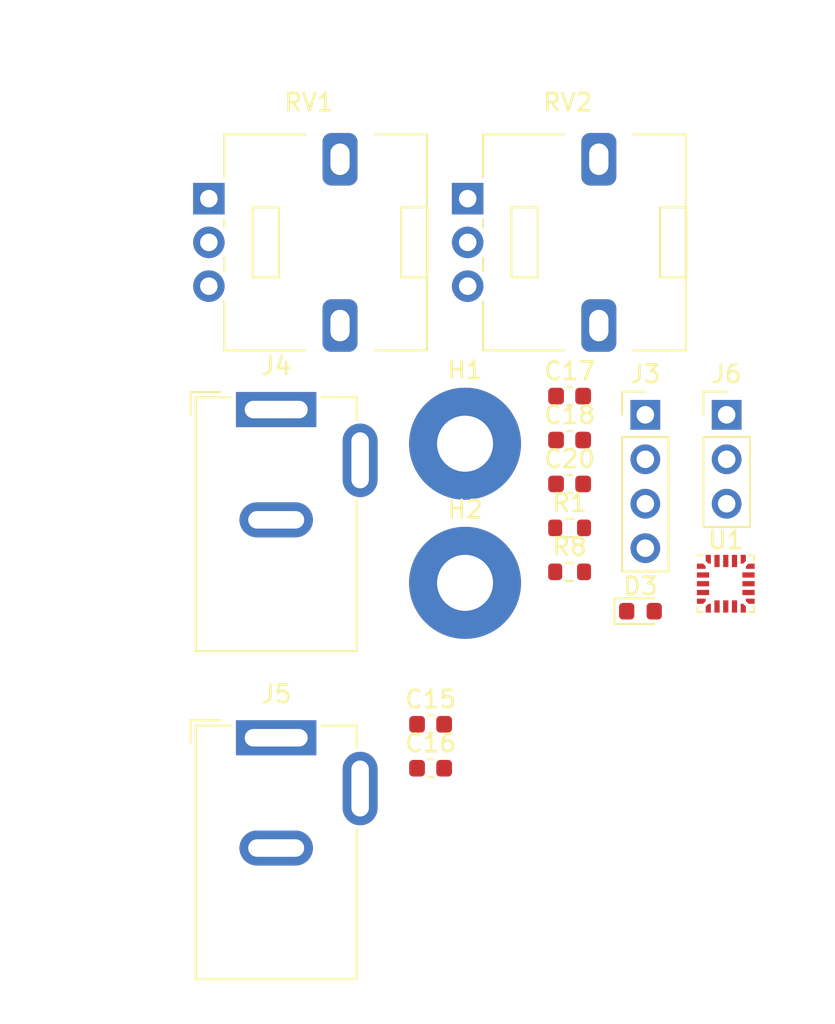
<source format=kicad_pcb>
(kicad_pcb (version 20221018) (generator pcbnew)
  (layers (0 "F.Cu" signal) (31 "B.Cu" signal) (34 "B.Paste" user) (35 "F.Paste" user) (36 "B.SilkS" user "B.Silkscreen") (37 "F.SilkS" user "F.Silkscreen") (38 "B.Mask" user) (39 "F.Mask" user) (44 "Edge.Cuts" user))
  (net 0 "")
  (net 1 "Net-(D3-A)")
  (net 2 "+3.3V")
  (net 3 "/mcu/NRST")
  (net 4 "GND")
  (net 5 "+3V3")
  (net 6 "+12V")
  (net 7 "/mcu/PA13{slash}SWDIO")
  (net 8 "/mcu/PA14{slash}SWDCLK")
  (net 9 "mosfet_gate")
  (net 11 "Net-(U1-PB7)")
  (net 12 "Net-(Q1-D)")
  (net 13 "TTL_RX_ISO")
  (net 14 "TTL_TX_ISO")
  (net 15 "TX")
  (net 16 "RX")
  (net 17 "/mcu/BOOT0")
  (footprint "Connector_BarrelJack:BarrelJack_GCT_DCJ200-10-A_Horizontal" (layer "F.Cu") (at 178.445 73.71)
    (fp_text reference "J4" (at 0 -2.5) (layer "F.SilkS"))
    (fp_text value "Barrel_Jack_MountingPin")
    (fp_line (start -4.9 -1) (end -4.9 0.3) (stroke (width 0.12)) (layer "F.SilkS"))
    (fp_line (start -4.6 -0.7) (end -2.6 -0.7) (stroke (width 0.12)) (layer "F.SilkS"))
    (fp_line (start -4.6 13.8) (end -4.6 -0.7) (stroke (width 0.12)) (layer "F.SilkS"))
    (fp_line (start -3.2 -1) (end -4.9 -1) (stroke (width 0.12)) (layer "F.SilkS"))
    (fp_line (start 2.6 -0.7) (end 4.6 -0.7) (stroke (width 0.12)) (layer "F.SilkS"))
    (fp_line (start 4.6 -0.7) (end 4.6 0.6) (stroke (width 0.12)) (layer "F.SilkS"))
    (fp_line (start 4.6 5.2) (end 4.6 13.8) (stroke (width 0.12)) (layer "F.SilkS"))
    (fp_line (start 4.6 13.8) (end -4.6 13.8) (stroke (width 0.12)) (layer "F.SilkS"))
    (pad "1" thru_hole rect (at 0 0) (size 4.6 2) (drill oval 3.6 1) (layers "*.Cu" "*.Mask") (net 6 "+12V"))
    (pad "2" thru_hole oval (at 0 6.3) (size 4.2 2) (drill oval 3.2 1) (layers "*.Cu" "*.Mask") (net 12 "Net-(Q1-D)"))
    (pad "3" thru_hole oval (at 4.8 2.9) (size 2 4.2) (drill oval 1 3.2) (layers "*.Cu" "*.Mask"))
  )
  (footprint "Package_DFN_QFN:ST_UFQFPN-20_3x3mm_P0.5mm" (layer "F.Cu") (at 204.155 83.66)
    (fp_text reference "U1" (at 0 -2.5) (layer "F.SilkS"))
    (fp_text value "STM32C011F4Ux")
    (fp_line (start -1.62 -1.62) (end -1.32 -1.62) (stroke (width 0.12)) (layer "F.SilkS"))
    (fp_line (start -1.62 1.62) (end -1.62 1.32) (stroke (width 0.12)) (layer "F.SilkS"))
    (fp_line (start -1.62 1.62) (end -1.32 1.62) (stroke (width 0.12)) (layer "F.SilkS"))
    (fp_line (start 1.62 -1.62) (end 1.32 -1.62) (stroke (width 0.12)) (layer "F.SilkS"))
    (fp_line (start 1.62 -1.62) (end 1.62 -1.32) (stroke (width 0.12)) (layer "F.SilkS"))
    (fp_line (start 1.62 1.62) (end 1.32 1.62) (stroke (width 0.12)) (layer "F.SilkS"))
    (fp_line (start 1.62 1.62) (end 1.62 1.32) (stroke (width 0.12)) (layer "F.SilkS"))
    (pad "1" smd custom (at -1.475 -1) (size 0.35 0.3) (layers "F.Cu" "F.Paste" "F.Mask") (options (clearance outline) (anchor rect)) (primitives (gr_poly (pts (xy 0.325 0) (xy 0.325 0.15) (xy 0.175 0.15) (xy 0.175 -0.15)) (width 0) (fill yes))))
    (pad "2" smd rect (at -1.3 -0.5) (size 0.7 0.3) (layers "F.Cu" "F.Paste" "F.Mask") (net 5 "+3V3"))
    (pad "3" smd rect (at -1.3 0) (size 0.7 0.3) (layers "F.Cu" "F.Paste" "F.Mask") (net 4 "GND"))
    (pad "4" smd rect (at -1.3 0.5) (size 0.7 0.3) (layers "F.Cu" "F.Paste" "F.Mask") (net 3 "/mcu/NRST"))
    (pad "5" smd custom (at -1.475 1) (size 0.35 0.3) (layers "F.Cu" "F.Paste" "F.Mask") (net 15 "TX") (options (clearance outline) (anchor rect)) (primitives (gr_poly (pts (xy 0.325 0) (xy 0.175 0.15) (xy 0.175 -0.15) (xy 0.325 -0.15)) (width 0) (fill yes))))
    (pad "6" smd custom (at -1 1.475) (size 0.3 0.35) (layers "F.Cu" "F.Paste" "F.Mask") (net 16 "RX") (options (clearance outline) (anchor rect)) (primitives (gr_poly (pts (xy 0.15 -0.175) (xy -0.15 -0.175) (xy 0 -0.325) (xy 0.15 -0.325)) (width 0) (fill yes))))
    (pad "7" smd rect (at -0.5 1.3) (size 0.3 0.7) (layers "F.Cu" "F.Paste" "F.Mask"))
    (pad "8" smd rect (at 0 1.3) (size 0.3 0.7) (layers "F.Cu" "F.Paste" "F.Mask"))
    (pad "9" smd rect (at 0.5 1.3) (size 0.3 0.7) (layers "F.Cu" "F.Paste" "F.Mask"))
    (pad "10" smd custom (at 1 1.475) (size 0.3 0.35) (layers "F.Cu" "F.Paste" "F.Mask") (options (clearance outline) (anchor rect)) (primitives (gr_poly (pts (xy 0.15 -0.175) (xy -0.15 -0.175) (xy -0.15 -0.325) (xy 0 -0.325)) (width 0) (fill yes))))
    (pad "11" smd custom (at 1.475 1) (size 0.35 0.3) (layers "F.Cu" "F.Paste" "F.Mask") (options (clearance outline) (anchor rect)) (primitives (gr_poly (pts (xy -0.175 0.15) (xy -0.325 0) (xy -0.325 -0.15) (xy -0.175 -0.15)) (width 0) (fill yes))))
    (pad "12" smd rect (at 1.3 0.5) (size 0.7 0.3) (layers "F.Cu" "F.Paste" "F.Mask"))
    (pad "13" smd rect (at 1.3 0) (size 0.7 0.3) (layers "F.Cu" "F.Paste" "F.Mask"))
    (pad "14" smd rect (at 1.3 -0.5) (size 0.7 0.3) (layers "F.Cu" "F.Paste" "F.Mask") (net 14 "TTL_TX_ISO"))
    (pad "15" smd custom (at 1.475 -1) (size 0.35 0.3) (layers "F.Cu" "F.Paste" "F.Mask") (net 13 "TTL_RX_ISO") (options (clearance outline) (anchor rect)) (primitives (gr_poly (pts (xy -0.175 0.15) (xy -0.325 0.15) (xy -0.325 0) (xy -0.175 -0.15)) (width 0) (fill yes))))
    (pad "16" smd custom (at 1 -1.475) (size 0.3 0.35) (layers "F.Cu" "F.Paste" "F.Mask") (options (clearance outline) (anchor rect)) (primitives (gr_poly (pts (xy 0 0.325) (xy -0.15 0.325) (xy -0.15 0.175) (xy 0.15 0.175)) (width 0) (fill yes))))
    (pad "17" smd rect (at 0.5 -1.3) (size 0.3 0.7) (layers "F.Cu" "F.Paste" "F.Mask") (net 17 "/mcu/BOOT0"))
    (pad "18" smd rect (at 0 -1.3) (size 0.3 0.7) (layers "F.Cu" "F.Paste" "F.Mask"))
    (pad "19" smd rect (at -0.5 -1.3) (size 0.3 0.7) (layers "F.Cu" "F.Paste" "F.Mask") (net 11 "Net-(U1-PB7)"))
    (pad "20" smd custom (at -1 -1.475) (size 0.3 0.35) (layers "F.Cu" "F.Paste" "F.Mask") (options (clearance outline) (anchor rect)) (primitives (gr_poly (pts (xy 0.15 0.325) (xy 0 0.325) (xy -0.15 0.175) (xy 0.15 0.175)) (width 0) (fill yes))))
  )
  (footprint "Resistor_SMD:R_0603_1608Metric" (layer "F.Cu") (at 195.225 82.98)
    (fp_text reference "R8" (at 0 -1.43) (layer "F.SilkS"))
    (fp_text value "10k")
    (fp_line (start -0.237258 -0.5225) (end 0.237258 -0.5225) (stroke (width 0.12)) (layer "F.SilkS"))
    (fp_line (start -0.237258 0.5225) (end 0.237258 0.5225) (stroke (width 0.12)) (layer "F.SilkS"))
    (pad "1" smd roundrect (at -0.825 0) (size 0.8 0.95) (layers "F.Cu" "F.Paste" "F.Mask") (net 9 "mosfet_gate"))
    (pad "2" smd roundrect (at 0.825 0) (size 0.8 0.95) (layers "F.Cu" "F.Paste" "F.Mask") (net 4 "GND"))
  )
  (footprint "Capacitor_SMD:C_0603_1608Metric" (layer "F.Cu") (at 195.225 72.94)
    (fp_text reference "C17" (at 0 -1.43) (layer "F.SilkS"))
    (fp_text value "100n")
    (fp_line (start -0.14058 -0.51) (end 0.14058 -0.51) (stroke (width 0.12)) (layer "F.SilkS"))
    (fp_line (start -0.14058 0.51) (end 0.14058 0.51) (stroke (width 0.12)) (layer "F.SilkS"))
    (pad "1" smd roundrect (at -0.775 0) (size 0.9 0.95) (layers "F.Cu" "F.Paste" "F.Mask") (net 5 "+3V3"))
    (pad "2" smd roundrect (at 0.775 0) (size 0.9 0.95) (layers "F.Cu" "F.Paste" "F.Mask") (net 4 "GND"))
  )
  (footprint "Resistor_SMD:R_0603_1608Metric" (layer "F.Cu") (at 195.225 80.47)
    (fp_text reference "R1" (at 0 -1.43) (layer "F.SilkS"))
    (fp_text value "3k3")
    (fp_line (start -0.237258 -0.5225) (end 0.237258 -0.5225) (stroke (width 0.12)) (layer "F.SilkS"))
    (fp_line (start -0.237258 0.5225) (end 0.237258 0.5225) (stroke (width 0.12)) (layer "F.SilkS"))
    (pad "1" smd roundrect (at -0.825 0) (size 0.8 0.95) (layers "F.Cu" "F.Paste" "F.Mask") (net 11 "Net-(U1-PB7)"))
    (pad "2" smd roundrect (at 0.825 0) (size 0.8 0.95) (layers "F.Cu" "F.Paste" "F.Mask") (net 1 "Net-(D3-A)"))
  )
  (footprint "Potentiometer_THT:Potentiometer_Alps_RK09L_Single_Vertical" (layer "F.Cu") (at 174.595 61.66)
    (fp_text reference "RV1" (at 5.725 -5.5) (layer "F.SilkS"))
    (fp_text value "R_Potentiometer")
    (fp_line (start 0.88 -3.67) (end 0.88 -1.2) (stroke (width 0.12)) (layer "F.SilkS"))
    (fp_line (start 0.88 -3.67) (end 5.546 -3.67) (stroke (width 0.12)) (layer "F.SilkS"))
    (fp_line (start 0.88 1.2) (end 0.88 1.63) (stroke (width 0.12)) (layer "F.SilkS"))
    (fp_line (start 0.88 3.371) (end 0.88 4.13) (stroke (width 0.12)) (layer "F.SilkS"))
    (fp_line (start 0.88 5.87) (end 0.88 8.67) (stroke (width 0.12)) (layer "F.SilkS"))
    (fp_line (start 0.88 8.67) (end 5.546 8.67) (stroke (width 0.12)) (layer "F.SilkS"))
    (fp_line (start 9.455 -3.67) (end 12.47 -3.67) (stroke (width 0.12)) (layer "F.SilkS"))
    (fp_line (start 9.455 8.67) (end 12.47 8.67) (stroke (width 0.12)) (layer "F.SilkS"))
    (fp_line (start 12.47 -3.67) (end 12.47 8.67) (stroke (width 0.12)) (layer "F.SilkS"))
    (fp_rect (start 2.5 0.5) (end 4 4.5) (stroke (width 0.12)) (fill none) (layer "F.SilkS"))
    (fp_rect (start 11 0.5) (end 12.5 4.5) (stroke (width 0.12)) (fill none) (layer "F.SilkS"))
    (pad "1" thru_hole rect (at 0 0) (size 1.8 1.8) (drill 1) (layers "*.Cu" "*.Mask"))
    (pad "2" thru_hole circle (at 0 2.5) (size 1.8 1.8) (drill 1) (layers "*.Cu" "*.Mask"))
    (pad "3" thru_hole circle (at 0 5) (size 1.8 1.8) (drill 1) (layers "*.Cu" "*.Mask"))
    (pad "MP" thru_hole roundrect (at 7.5 -2.25) (size 2 3) (drill oval 1.1 1.8) (layers "*.Cu" "*.Mask"))
    (pad "MP" thru_hole roundrect (at 7.5 7.25) (size 2 3) (drill oval 1.1 1.8) (layers "*.Cu" "*.Mask"))
  )
  (footprint "MountingHole:MountingHole_3.2mm_M3_Pad_TopBottom" (layer "F.Cu") (at 189.245 83.61)
    (fp_text reference "H2" (at 0 -4.2) (layer "F.SilkS"))
    (fp_text value "MountingHole")
    (pad "1" thru_hole circle (at 0 0) (size 3.6 3.6) (drill 3.2) (layers "*.Cu" "*.Mask"))
    (pad "1" connect circle (at 0 0) (size 6.4 6.4) (layers "F.Cu" "F.Mask"))
    (pad "1" connect circle (at 0 0) (size 6.4 6.4) (layers "B.Cu" "B.Mask"))
  )
  (footprint "Capacitor_SMD:C_0603_1608Metric" (layer "F.Cu") (at 187.275 94.2)
    (fp_text reference "C16" (at 0 -1.43) (layer "F.SilkS"))
    (fp_text value "330n")
    (fp_line (start -0.14058 -0.51) (end 0.14058 -0.51) (stroke (width 0.12)) (layer "F.SilkS"))
    (fp_line (start -0.14058 0.51) (end 0.14058 0.51) (stroke (width 0.12)) (layer "F.SilkS"))
    (pad "1" smd roundrect (at -0.775 0) (size 0.9 0.95) (layers "F.Cu" "F.Paste" "F.Mask") (net 6 "+12V"))
    (pad "2" smd roundrect (at 0.775 0) (size 0.9 0.95) (layers "F.Cu" "F.Paste" "F.Mask") (net 4 "GND"))
  )
  (footprint "MountingHole:MountingHole_3.2mm_M3_Pad_TopBottom" (layer "F.Cu") (at 189.245 75.66)
    (fp_text reference "H1" (at 0 -4.2) (layer "F.SilkS"))
    (fp_text value "MountingHole")
    (pad "1" thru_hole circle (at 0 0) (size 3.6 3.6) (drill 3.2) (layers "*.Cu" "*.Mask"))
    (pad "1" connect circle (at 0 0) (size 6.4 6.4) (layers "F.Cu" "F.Mask"))
    (pad "1" connect circle (at 0 0) (size 6.4 6.4) (layers "B.Cu" "B.Mask"))
  )
  (footprint "Connector_BarrelJack:BarrelJack_GCT_DCJ200-10-A_Horizontal" (layer "F.Cu") (at 178.445 92.46)
    (fp_text reference "J5" (at 0 -2.5) (layer "F.SilkS"))
    (fp_text value "Barrel_Jack_MountingPin")
    (fp_line (start -4.9 -1) (end -4.9 0.3) (stroke (width 0.12)) (layer "F.SilkS"))
    (fp_line (start -4.6 -0.7) (end -2.6 -0.7) (stroke (width 0.12)) (layer "F.SilkS"))
    (fp_line (start -4.6 13.8) (end -4.6 -0.7) (stroke (width 0.12)) (layer "F.SilkS"))
    (fp_line (start -3.2 -1) (end -4.9 -1) (stroke (width 0.12)) (layer "F.SilkS"))
    (fp_line (start 2.6 -0.7) (end 4.6 -0.7) (stroke (width 0.12)) (layer "F.SilkS"))
    (fp_line (start 4.6 -0.7) (end 4.6 0.6) (stroke (width 0.12)) (layer "F.SilkS"))
    (fp_line (start 4.6 5.2) (end 4.6 13.8) (stroke (width 0.12)) (layer "F.SilkS"))
    (fp_line (start 4.6 13.8) (end -4.6 13.8) (stroke (width 0.12)) (layer "F.SilkS"))
    (pad "1" thru_hole rect (at 0 0) (size 4.6 2) (drill oval 3.6 1) (layers "*.Cu" "*.Mask") (net 6 "+12V"))
    (pad "2" thru_hole oval (at 0 6.3) (size 4.2 2) (drill oval 3.2 1) (layers "*.Cu" "*.Mask") (net 4 "GND"))
    (pad "3" thru_hole oval (at 4.8 2.9) (size 2 4.2) (drill oval 1 3.2) (layers "*.Cu" "*.Mask"))
  )
  (footprint "Capacitor_SMD:C_0603_1608Metric" (layer "F.Cu") (at 195.225 77.96)
    (fp_text reference "C20" (at 0 -1.43) (layer "F.SilkS"))
    (fp_text value "4u7")
    (fp_line (start -0.14058 -0.51) (end 0.14058 -0.51) (stroke (width 0.12)) (layer "F.SilkS"))
    (fp_line (start -0.14058 0.51) (end 0.14058 0.51) (stroke (width 0.12)) (layer "F.SilkS"))
    (pad "1" smd roundrect (at -0.775 0) (size 0.9 0.95) (layers "F.Cu" "F.Paste" "F.Mask") (net 5 "+3V3"))
    (pad "2" smd roundrect (at 0.775 0) (size 0.9 0.95) (layers "F.Cu" "F.Paste" "F.Mask") (net 4 "GND"))
  )
  (footprint "Potentiometer_THT:Potentiometer_Alps_RK09L_Single_Vertical" (layer "F.Cu") (at 189.395 61.66)
    (fp_text reference "RV2" (at 5.725 -5.5) (layer "F.SilkS"))
    (fp_text value "R_Potentiometer")
    (fp_line (start 0.88 -3.67) (end 0.88 -1.2) (stroke (width 0.12)) (layer "F.SilkS"))
    (fp_line (start 0.88 -3.67) (end 5.546 -3.67) (stroke (width 0.12)) (layer "F.SilkS"))
    (fp_line (start 0.88 1.2) (end 0.88 1.63) (stroke (width 0.12)) (layer "F.SilkS"))
    (fp_line (start 0.88 3.371) (end 0.88 4.13) (stroke (width 0.12)) (layer "F.SilkS"))
    (fp_line (start 0.88 5.87) (end 0.88 8.67) (stroke (width 0.12)) (layer "F.SilkS"))
    (fp_line (start 0.88 8.67) (end 5.546 8.67) (stroke (width 0.12)) (layer "F.SilkS"))
    (fp_line (start 9.455 -3.67) (end 12.47 -3.67) (stroke (width 0.12)) (layer "F.SilkS"))
    (fp_line (start 9.455 8.67) (end 12.47 8.67) (stroke (width 0.12)) (layer "F.SilkS"))
    (fp_line (start 12.47 -3.67) (end 12.47 8.67) (stroke (width 0.12)) (layer "F.SilkS"))
    (fp_rect (start 2.5 0.5) (end 4 4.5) (stroke (width 0.12)) (fill none) (layer "F.SilkS"))
    (fp_rect (start 11 0.5) (end 12.5 4.5) (stroke (width 0.12)) (fill none) (layer "F.SilkS"))
    (pad "1" thru_hole rect (at 0 0) (size 1.8 1.8) (drill 1) (layers "*.Cu" "*.Mask"))
    (pad "2" thru_hole circle (at 0 2.5) (size 1.8 1.8) (drill 1) (layers "*.Cu" "*.Mask"))
    (pad "3" thru_hole circle (at 0 5) (size 1.8 1.8) (drill 1) (layers "*.Cu" "*.Mask"))
    (pad "MP" thru_hole roundrect (at 7.5 -2.25) (size 2 3) (drill oval 1.1 1.8) (layers "*.Cu" "*.Mask"))
    (pad "MP" thru_hole roundrect (at 7.5 7.25) (size 2 3) (drill oval 1.1 1.8) (layers "*.Cu" "*.Mask"))
  )
  (footprint "Capacitor_SMD:C_0603_1608Metric" (layer "F.Cu") (at 195.225 75.45)
    (fp_text reference "C18" (at 0 -1.43) (layer "F.SilkS"))
    (fp_text value "100n")
    (fp_line (start -0.14058 -0.51) (end 0.14058 -0.51) (stroke (width 0.12)) (layer "F.SilkS"))
    (fp_line (start -0.14058 0.51) (end 0.14058 0.51) (stroke (width 0.12)) (layer "F.SilkS"))
    (pad "1" smd roundrect (at -0.775 0) (size 0.9 0.95) (layers "F.Cu" "F.Paste" "F.Mask") (net 3 "/mcu/NRST"))
    (pad "2" smd roundrect (at 0.775 0) (size 0.9 0.95) (layers "F.Cu" "F.Paste" "F.Mask") (net 4 "GND"))
  )
  (footprint "LED_SMD:LED_0603_1608Metric" (layer "F.Cu") (at 199.275 85.23)
    (fp_text reference "D3" (at 0 -1.43) (layer "F.SilkS"))
    (fp_text value "RED")
    (fp_line (start -1.485 -0.735) (end -1.485 0.735) (stroke (width 0.12)) (layer "F.SilkS"))
    (fp_line (start -1.485 0.735) (end 0.8 0.735) (stroke (width 0.12)) (layer "F.SilkS"))
    (fp_line (start 0.8 -0.735) (end -1.485 -0.735) (stroke (width 0.12)) (layer "F.SilkS"))
    (pad "1" smd roundrect (at -0.7875 0) (size 0.875 0.95) (layers "F.Cu" "F.Paste" "F.Mask") (net 4 "GND"))
    (pad "2" smd roundrect (at 0.7875 0) (size 0.875 0.95) (layers "F.Cu" "F.Paste" "F.Mask") (net 1 "Net-(D3-A)"))
  )
  (footprint "Capacitor_SMD:C_0603_1608Metric" (layer "F.Cu") (at 187.275 91.69)
    (fp_text reference "C15" (at 0 -1.43) (layer "F.SilkS"))
    (fp_text value "100n")
    (fp_line (start -0.14058 -0.51) (end 0.14058 -0.51) (stroke (width 0.12)) (layer "F.SilkS"))
    (fp_line (start -0.14058 0.51) (end 0.14058 0.51) (stroke (width 0.12)) (layer "F.SilkS"))
    (pad "1" smd roundrect (at -0.775 0) (size 0.9 0.95) (layers "F.Cu" "F.Paste" "F.Mask") (net 2 "+3.3V"))
    (pad "2" smd roundrect (at 0.775 0) (size 0.9 0.95) (layers "F.Cu" "F.Paste" "F.Mask") (net 4 "GND"))
  )
  (footprint "Connector_PinHeader_2.54mm:PinHeader_1x04_P2.54mm_Vertical" (layer "F.Cu") (at 199.555 74.01)
    (fp_text reference "J3" (at 0 -2.33) (layer "F.SilkS"))
    (fp_text value "SWD_header")
    (fp_line (start -1.33 -1.33) (end 0 -1.33) (stroke (width 0.12)) (layer "F.SilkS"))
    (fp_line (start -1.33 0) (end -1.33 -1.33) (stroke (width 0.12)) (layer "F.SilkS"))
    (fp_line (start -1.33 1.27) (end -1.33 8.95) (stroke (width 0.12)) (layer "F.SilkS"))
    (fp_line (start -1.33 1.27) (end 1.33 1.27) (stroke (width 0.12)) (layer "F.SilkS"))
    (fp_line (start -1.33 8.95) (end 1.33 8.95) (stroke (width 0.12)) (layer "F.SilkS"))
    (fp_line (start 1.33 1.27) (end 1.33 8.95) (stroke (width 0.12)) (layer "F.SilkS"))
    (pad "1" thru_hole rect (at 0 0) (size 1.7 1.7) (drill 1) (layers "*.Cu" "*.Mask") (net 5 "+3V3"))
    (pad "2" thru_hole oval (at 0 2.54) (size 1.7 1.7) (drill 1) (layers "*.Cu" "*.Mask") (net 7 "/mcu/PA13{slash}SWDIO"))
    (pad "3" thru_hole oval (at 0 5.08) (size 1.7 1.7) (drill 1) (layers "*.Cu" "*.Mask") (net 8 "/mcu/PA14{slash}SWDCLK"))
    (pad "4" thru_hole oval (at 0 7.62) (size 1.7 1.7) (drill 1) (layers "*.Cu" "*.Mask") (net 4 "GND"))
  )
  (footprint "Connector_PinHeader_2.54mm:PinHeader_1x03_P2.54mm_Vertical" (layer "F.Cu") (at 204.205 74.01)
    (fp_text reference "J6" (at 0 -2.33) (layer "F.SilkS"))
    (fp_text value "debug_uart")
    (fp_line (start -1.33 -1.33) (end 0 -1.33) (stroke (width 0.12)) (layer "F.SilkS"))
    (fp_line (start -1.33 0) (end -1.33 -1.33) (stroke (width 0.12)) (layer "F.SilkS"))
    (fp_line (start -1.33 1.27) (end -1.33 6.41) (stroke (width 0.12)) (layer "F.SilkS"))
    (fp_line (start -1.33 1.27) (end 1.33 1.27) (stroke (width 0.12)) (layer "F.SilkS"))
    (fp_line (start -1.33 6.41) (end 1.33 6.41) (stroke (width 0.12)) (layer "F.SilkS"))
    (fp_line (start 1.33 1.27) (end 1.33 6.41) (stroke (width 0.12)) (layer "F.SilkS"))
    (pad "1" thru_hole rect (at 0 0) (size 1.7 1.7) (drill 1) (layers "*.Cu" "*.Mask"))
    (pad "2" thru_hole oval (at 0 2.54) (size 1.7 1.7) (drill 1) (layers "*.Cu" "*.Mask"))
    (pad "3" thru_hole oval (at 0 5.08) (size 1.7 1.7) (drill 1) (layers "*.Cu" "*.Mask") (net 4 "GND"))
  )
)
</source>
